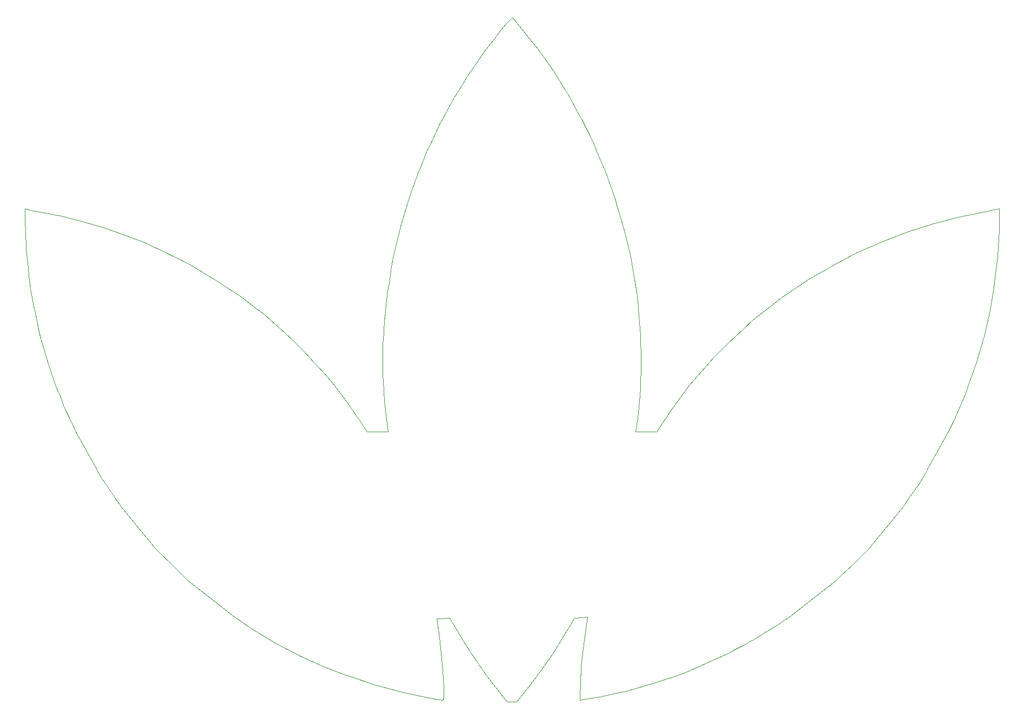
<source format=gbr>
%TF.GenerationSoftware,KiCad,Pcbnew,7.99.0-1211-g2ac3f4cc9e*%
%TF.CreationDate,Date%
%TF.ProjectId,adidas,61646964-6173-42e6-9b69-6361645f7063,v0.3*%
%TF.SameCoordinates,Original*%
%TF.FileFunction,Profile,NP*%
%FSLAX46Y46*%
G04 Gerber Fmt 4.6, Leading zero omitted, Abs format (unit mm)*
G04 Created by KiCad*
%MOMM*%
%LPD*%
G01*
G04 APERTURE LIST*
%TA.AperFunction,Profile*%
%ADD10C,0.100000*%
%TD*%
G04 APERTURE END LIST*
D10*
X159750000Y-138970000D02*
X161300000Y-141170000D01*
X221570000Y-120370000D02*
X221750000Y-120170000D01*
X130700000Y-88340000D02*
X128600000Y-86370000D01*
X184770000Y-142860000D02*
X186510000Y-142380000D01*
X89260000Y-77080000D02*
X89380000Y-78340000D01*
X158120000Y-46930000D02*
X157240000Y-48350000D01*
X146850000Y-73650000D02*
X146460000Y-75470000D01*
X157470000Y-135480000D02*
X158500000Y-137100000D01*
X94330000Y-97290000D02*
X94820000Y-98530000D01*
X241200000Y-75200000D02*
X241400000Y-71110000D01*
X195080000Y-139250000D02*
X197100000Y-138300000D01*
X109850000Y-121650000D02*
X111610000Y-123420000D01*
X153730000Y-134900000D02*
X153340000Y-132000000D01*
X95630000Y-100370000D02*
X96390000Y-102000000D01*
X140860000Y-100410000D02*
X139960000Y-99110000D01*
X144920000Y-94910000D02*
X145090000Y-97900000D01*
X189540000Y-100080000D02*
X188730000Y-101270000D01*
X198970000Y-88830000D02*
X196660000Y-91140000D01*
X175940000Y-139490000D02*
X175870000Y-140560000D01*
X176880000Y-131800000D02*
X176630000Y-133510000D01*
X181620000Y-67480000D02*
X181220000Y-66130000D01*
X184600000Y-80910000D02*
X184310000Y-78870000D01*
X144990000Y-87060000D02*
X144850000Y-89200000D01*
X159700000Y-44610000D02*
X158120000Y-46930000D01*
X100000000Y-108520000D02*
X100080000Y-108720000D01*
X148700000Y-66840000D02*
X147710000Y-70220000D01*
X186510000Y-142380000D02*
X186940000Y-142260000D01*
X175760000Y-144810000D02*
X176470000Y-144670000D01*
X226370000Y-114450000D02*
X227510000Y-112820000D01*
X199020000Y-137410000D02*
X199710000Y-137030000D01*
X184880000Y-83170000D02*
X184600000Y-80910000D01*
X162190000Y-142320000D02*
X164320000Y-145030000D01*
X201370000Y-136140000D02*
X202680000Y-135430000D01*
X239530000Y-68140000D02*
X235650000Y-68920000D01*
X185310000Y-91480000D02*
X185220000Y-87610000D01*
X175870000Y-140560000D02*
X175840000Y-141240000D01*
X230210000Y-108580000D02*
X233410000Y-102810000D01*
X236720000Y-95090000D02*
X237770000Y-92090000D01*
X165120000Y-37810000D02*
X164980000Y-37930000D01*
X139960000Y-99110000D02*
X139170000Y-98000000D01*
X138170000Y-96660000D02*
X137550000Y-95840000D01*
X127820000Y-135700000D02*
X132080000Y-137950000D01*
X163330000Y-39790000D02*
X162070000Y-41400000D01*
X161300000Y-141170000D02*
X162190000Y-142320000D01*
X95150000Y-99330000D02*
X95630000Y-100370000D01*
X183500000Y-74550000D02*
X182620000Y-70920000D01*
X154320000Y-144640000D02*
X154390000Y-144430000D01*
X182160000Y-143550000D02*
X182750000Y-143420000D01*
X176000000Y-53740000D02*
X175500000Y-52810000D01*
X132080000Y-137950000D02*
X135430000Y-139440000D01*
X144870000Y-90610000D02*
X144870000Y-91540000D01*
X150370000Y-62140000D02*
X150130000Y-62730000D01*
X93100000Y-94060000D02*
X93460000Y-95090000D01*
X113390000Y-75910000D02*
X111800000Y-75090000D01*
X94620000Y-68970000D02*
X92840000Y-68600000D01*
X197100000Y-138300000D02*
X199020000Y-137410000D01*
X101340000Y-70810000D02*
X98470000Y-69920000D01*
X215780000Y-126080000D02*
X216730000Y-125180000D01*
X127310000Y-85250000D02*
X126170000Y-84280000D01*
X216730000Y-125180000D02*
X218390000Y-123650000D01*
X155930000Y-50510000D02*
X155320000Y-51610000D01*
X89380000Y-78340000D02*
X89480000Y-78930000D01*
X229620000Y-109650000D02*
X230120000Y-108800000D01*
X93460000Y-95090000D02*
X93820000Y-96000000D01*
X182460000Y-70270000D02*
X181620000Y-67480000D01*
X106950000Y-72840000D02*
X106210000Y-72580000D01*
X235490000Y-98240000D02*
X236170000Y-96620000D01*
X164980000Y-37930000D02*
X164700000Y-38190000D01*
X154140000Y-144770000D02*
X154290000Y-144740000D01*
X109130000Y-120910000D02*
X109850000Y-121650000D01*
X173480000Y-49250000D02*
X171580000Y-46200000D01*
X154100000Y-138310000D02*
X153730000Y-134900000D01*
X234220000Y-101150000D02*
X235490000Y-98240000D01*
X218390000Y-123650000D02*
X219830000Y-122220000D01*
X139500000Y-141020000D02*
X143740000Y-142440000D01*
X219830000Y-122220000D02*
X221010000Y-120990000D01*
X151770000Y-144340000D02*
X154140000Y-144770000D01*
X237770000Y-92090000D02*
X238560000Y-89450000D01*
X134030000Y-91760000D02*
X133440000Y-91120000D01*
X153340000Y-132000000D02*
X155350000Y-131900000D01*
X91740000Y-89740000D02*
X92050000Y-90950000D01*
X199710000Y-137030000D02*
X201370000Y-136140000D01*
X89620000Y-67990000D02*
X88760000Y-67780000D01*
X95800000Y-69240000D02*
X94620000Y-68970000D01*
X144850000Y-89200000D02*
X144870000Y-90610000D01*
X184490000Y-102760000D02*
X184800000Y-100520000D01*
X157240000Y-48350000D02*
X155930000Y-50510000D01*
X151800000Y-58610000D02*
X150810000Y-61060000D01*
X90270000Y-83700000D02*
X90690000Y-85680000D01*
X196660000Y-91140000D02*
X192920000Y-95360000D01*
X211640000Y-78800000D02*
X207170000Y-81800000D01*
X192770000Y-140190000D02*
X194880000Y-139330000D01*
X177940000Y-57700000D02*
X177140000Y-56040000D01*
X160660000Y-43240000D02*
X159700000Y-44610000D01*
X214050000Y-77390000D02*
X211640000Y-78800000D01*
X191910000Y-96690000D02*
X190620000Y-98450000D01*
X145510000Y-101440000D02*
X145680000Y-102720000D01*
X206220000Y-82570000D02*
X202870000Y-85210000D01*
X155670000Y-132510000D02*
X156010000Y-133070000D01*
X175840000Y-141240000D02*
X175790000Y-142450000D01*
X103590000Y-114080000D02*
X103850000Y-114460000D01*
X126170000Y-84280000D02*
X125020000Y-83390000D01*
X158500000Y-137100000D02*
X159750000Y-138970000D01*
X108900000Y-120660000D02*
X109130000Y-120910000D01*
X236170000Y-96620000D02*
X236720000Y-95090000D01*
X103000000Y-71360000D02*
X101340000Y-70810000D01*
X102060000Y-111850000D02*
X102550000Y-112620000D01*
X175790000Y-142450000D02*
X175760000Y-143890000D01*
X227510000Y-112820000D02*
X228870000Y-110810000D01*
X188730000Y-101270000D02*
X187780000Y-102760000D01*
X149340000Y-65020000D02*
X148700000Y-66840000D01*
X154360000Y-142770000D02*
X154230000Y-140200000D01*
X100080000Y-108720000D02*
X100230000Y-108990000D01*
X178810000Y-144270000D02*
X180230000Y-143980000D01*
X89480000Y-78930000D02*
X89750000Y-80800000D01*
X111120000Y-74740000D02*
X107560000Y-73120000D01*
X139170000Y-98000000D02*
X138170000Y-96660000D01*
X145090000Y-97900000D02*
X145510000Y-101440000D01*
X202680000Y-135430000D02*
X202820000Y-135360000D01*
X133440000Y-91120000D02*
X132450000Y-90130000D01*
X154290000Y-144740000D02*
X154320000Y-144640000D01*
X221750000Y-120170000D02*
X226370000Y-114450000D01*
X190620000Y-98450000D02*
X189730000Y-99790000D01*
X150810000Y-61060000D02*
X150370000Y-62140000D01*
X96850000Y-102900000D02*
X100000000Y-108520000D01*
X173940000Y-50000000D02*
X173480000Y-49250000D01*
X175760000Y-143890000D02*
X175760000Y-144810000D01*
X114990000Y-76750000D02*
X113390000Y-75910000D01*
X111610000Y-123420000D02*
X112650000Y-124420000D01*
X221010000Y-120990000D02*
X221570000Y-120370000D01*
X138940000Y-140820000D02*
X139500000Y-141020000D01*
X89940000Y-82040000D02*
X90060000Y-82790000D01*
X88850000Y-71020000D02*
X88970000Y-74070000D01*
X204560000Y-134290000D02*
X206450000Y-133110000D01*
X184910000Y-83470000D02*
X184880000Y-83170000D01*
X231030000Y-70110000D02*
X227080000Y-71410000D01*
X202820000Y-135360000D02*
X204560000Y-134290000D01*
X149910000Y-63360000D02*
X149340000Y-65020000D01*
X174860000Y-131890000D02*
X176880000Y-131800000D01*
X103850000Y-114460000D02*
X108590000Y-120210000D01*
X206450000Y-133110000D02*
X207730000Y-132270000D01*
X89060000Y-74830000D02*
X89260000Y-77080000D01*
X185220000Y-87610000D02*
X184910000Y-83470000D01*
X98470000Y-69920000D02*
X97220000Y-69600000D01*
X191080000Y-140870000D02*
X192770000Y-140190000D01*
X184940000Y-98950000D02*
X185200000Y-96010000D01*
X208390000Y-131830000D02*
X215780000Y-126080000D01*
X184310000Y-78870000D02*
X183680000Y-75390000D01*
X154400000Y-144300000D02*
X154360000Y-142770000D01*
X134680000Y-92450000D02*
X134030000Y-91760000D01*
X90920000Y-86740000D02*
X91270000Y-88050000D01*
X132450000Y-90130000D02*
X130700000Y-88340000D01*
X176300000Y-135970000D02*
X175940000Y-139490000D01*
X124130000Y-133440000D02*
X127820000Y-135700000D01*
X88970000Y-74070000D02*
X89060000Y-74830000D01*
X142380000Y-102720000D02*
X141900000Y-101970000D01*
X239030000Y-87780000D02*
X239980000Y-83690000D01*
X145430000Y-82070000D02*
X145140000Y-84700000D01*
X93820000Y-96000000D02*
X94330000Y-97290000D01*
X88820000Y-69950000D02*
X88850000Y-71020000D01*
X154490000Y-53170000D02*
X153740000Y-54580000D01*
X154390000Y-144430000D02*
X154400000Y-144300000D01*
X125020000Y-83390000D02*
X122380000Y-81420000D01*
X175500000Y-52810000D02*
X173940000Y-50000000D01*
X89750000Y-80800000D02*
X89940000Y-82040000D01*
X118730000Y-78990000D02*
X117340000Y-78140000D01*
X182750000Y-143420000D02*
X184770000Y-142860000D01*
X169100000Y-42650000D02*
X167650000Y-40820000D01*
X128600000Y-86370000D02*
X127310000Y-85250000D01*
X146200000Y-76820000D02*
X145810000Y-79460000D01*
X145140000Y-84700000D02*
X145090000Y-85200000D01*
X180570000Y-64270000D02*
X179720000Y-61920000D01*
X182620000Y-70920000D02*
X182460000Y-70270000D01*
X135430000Y-139440000D02*
X138940000Y-140820000D01*
X164320000Y-145030000D02*
X165870000Y-145030000D01*
X180230000Y-143980000D02*
X182160000Y-143550000D01*
X121640000Y-131770000D02*
X124130000Y-133440000D01*
X183680000Y-75390000D02*
X183500000Y-74550000D01*
X241400000Y-71110000D02*
X241460000Y-67900000D01*
X169740000Y-140000000D02*
X171410000Y-137580000D01*
X156810000Y-134400000D02*
X157470000Y-135480000D01*
X144850000Y-93630000D02*
X144920000Y-94910000D01*
X241460000Y-67900000D02*
X241450000Y-67770000D01*
X141900000Y-101970000D02*
X140860000Y-100410000D01*
X88760000Y-67780000D02*
X88780000Y-68570000D01*
X120510000Y-80170000D02*
X119790000Y-79690000D01*
X103290000Y-113670000D02*
X103590000Y-114080000D01*
X117340000Y-78140000D02*
X115990000Y-77340000D01*
X202870000Y-85210000D02*
X201300000Y-86600000D01*
X185200000Y-96010000D02*
X185310000Y-92010000D01*
X106210000Y-72580000D02*
X103000000Y-71360000D01*
X168050000Y-142280000D02*
X169740000Y-140000000D01*
X240600000Y-67960000D02*
X239530000Y-68140000D01*
X207170000Y-81800000D02*
X206220000Y-82570000D01*
X90060000Y-82790000D02*
X90270000Y-83700000D01*
X166290000Y-39100000D02*
X165860000Y-38610000D01*
X238560000Y-89450000D02*
X239030000Y-87780000D01*
X174000000Y-133420000D02*
X174860000Y-131890000D01*
X147870000Y-143520000D02*
X151770000Y-144340000D01*
X101360000Y-110810000D02*
X102060000Y-111850000D01*
X142380000Y-102720000D02*
X145680000Y-102720000D01*
X171580000Y-46200000D02*
X170960000Y-45320000D01*
X91270000Y-88050000D02*
X91740000Y-89740000D01*
X228870000Y-110810000D02*
X229620000Y-109650000D01*
X240600000Y-80060000D02*
X240710000Y-79360000D01*
X92520000Y-92310000D02*
X93100000Y-94060000D01*
X145090000Y-85200000D02*
X144990000Y-87060000D01*
X153740000Y-54580000D02*
X153300000Y-55470000D01*
X144870000Y-91540000D02*
X144850000Y-93630000D01*
X179720000Y-61920000D02*
X178570000Y-59190000D01*
X172360000Y-136090000D02*
X174000000Y-133420000D01*
X114360000Y-126100000D02*
X121640000Y-131770000D01*
X102550000Y-112620000D02*
X102840000Y-113020000D01*
X150130000Y-62730000D02*
X149910000Y-63360000D01*
X188660000Y-141680000D02*
X191080000Y-140870000D01*
X91060000Y-68250000D02*
X89620000Y-67990000D01*
X165860000Y-38610000D02*
X165120000Y-37810000D01*
X164220000Y-38730000D02*
X163330000Y-39790000D01*
X92050000Y-90950000D02*
X92520000Y-92310000D01*
X108590000Y-120210000D02*
X108900000Y-120660000D01*
X96390000Y-102000000D02*
X96850000Y-102900000D01*
X145620000Y-80540000D02*
X145530000Y-81270000D01*
X155320000Y-51610000D02*
X154490000Y-53170000D01*
X170960000Y-45320000D02*
X169100000Y-42650000D01*
X164700000Y-38190000D02*
X164220000Y-38730000D01*
X112650000Y-124420000D02*
X114360000Y-126100000D01*
X92840000Y-68600000D02*
X91060000Y-68250000D01*
X186940000Y-142260000D02*
X188660000Y-141680000D01*
X111800000Y-75090000D02*
X111120000Y-74740000D01*
X147710000Y-70220000D02*
X146850000Y-73650000D01*
X241450000Y-67770000D02*
X240600000Y-67960000D01*
X189730000Y-99790000D02*
X189540000Y-100080000D01*
X181220000Y-66130000D02*
X180570000Y-64270000D01*
X155350000Y-131900000D02*
X155670000Y-132510000D01*
X90690000Y-85680000D02*
X90920000Y-86740000D01*
X97220000Y-69600000D02*
X95800000Y-69240000D01*
X102840000Y-113020000D02*
X103290000Y-113670000D01*
X230120000Y-108800000D02*
X230210000Y-108580000D01*
X171410000Y-137580000D02*
X172360000Y-136090000D01*
X94820000Y-98530000D02*
X95150000Y-99330000D01*
X192920000Y-95360000D02*
X191910000Y-96690000D01*
X235280000Y-69000000D02*
X231030000Y-70110000D01*
X145530000Y-81270000D02*
X145430000Y-82070000D01*
X100230000Y-108990000D02*
X100580000Y-109570000D01*
X145810000Y-79460000D02*
X145620000Y-80540000D01*
X219170000Y-74640000D02*
X215330000Y-76650000D01*
X194880000Y-139330000D02*
X195080000Y-139250000D01*
X107560000Y-73120000D02*
X106950000Y-72840000D01*
X201300000Y-86600000D02*
X198970000Y-88830000D01*
X115990000Y-77340000D02*
X114990000Y-76750000D01*
X178570000Y-59190000D02*
X177940000Y-57700000D01*
X240710000Y-79360000D02*
X241200000Y-75200000D01*
X185310000Y-92010000D02*
X185310000Y-91480000D01*
X162070000Y-41400000D02*
X160660000Y-43240000D01*
X137550000Y-95840000D02*
X136710000Y-94800000D01*
X215330000Y-76650000D02*
X214050000Y-77390000D01*
X233410000Y-102810000D02*
X234220000Y-101150000D01*
X235650000Y-68920000D02*
X235280000Y-69000000D01*
X177140000Y-56040000D02*
X176000000Y-53740000D01*
X119790000Y-79690000D02*
X118730000Y-78990000D01*
X153300000Y-55470000D02*
X152420000Y-57350000D01*
X165870000Y-145030000D02*
X168050000Y-142280000D01*
X176630000Y-133510000D02*
X176300000Y-135970000D01*
X167650000Y-40820000D02*
X166290000Y-39100000D01*
X184800000Y-100520000D02*
X184940000Y-98950000D01*
X154230000Y-140200000D02*
X154100000Y-138310000D01*
X207730000Y-132270000D02*
X208390000Y-131830000D01*
X100580000Y-109570000D02*
X100930000Y-110140000D01*
X136710000Y-94800000D02*
X135620000Y-93500000D01*
X146460000Y-75470000D02*
X146200000Y-76820000D01*
X176470000Y-144670000D02*
X178810000Y-144270000D01*
X122380000Y-81420000D02*
X120510000Y-80170000D01*
X152420000Y-57350000D02*
X151800000Y-58610000D01*
X223280000Y-72870000D02*
X219170000Y-74640000D01*
X239980000Y-83690000D02*
X240600000Y-80060000D01*
X187780000Y-102760000D02*
X184490000Y-102760000D01*
X135620000Y-93500000D02*
X134680000Y-92450000D01*
X143740000Y-142440000D02*
X147870000Y-143520000D01*
X227080000Y-71410000D02*
X223280000Y-72870000D01*
X88780000Y-68570000D02*
X88820000Y-69950000D01*
X156010000Y-133070000D02*
X156810000Y-134400000D01*
X100930000Y-110140000D02*
X101360000Y-110810000D01*
M02*

</source>
